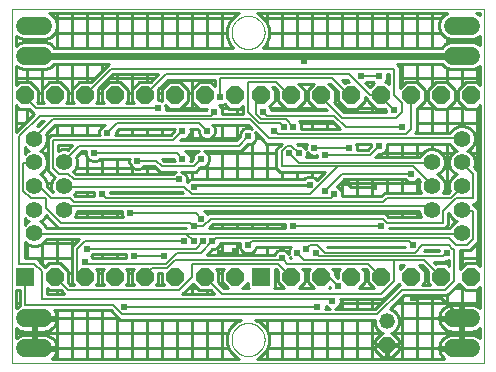
<source format=gtl>
G75*
%MOIN*%
%OFA0B0*%
%FSLAX25Y25*%
%IPPOS*%
%LPD*%
%AMOC8*
5,1,8,0,0,1.08239X$1,22.5*
%
%ADD10C,0.00000*%
%ADD11R,0.05937X0.05937*%
%ADD12OC8,0.05937*%
%ADD13C,0.05600*%
%ADD14OC8,0.05200*%
%ADD15C,0.05200*%
%ADD16C,0.06000*%
%ADD17C,0.01000*%
%ADD18C,0.02400*%
%ADD19C,0.02400*%
%ADD20C,0.00600*%
D10*
X0008000Y0021082D02*
X0008000Y0139193D01*
X0165480Y0139193D01*
X0165480Y0021082D01*
X0008000Y0021082D01*
X0081228Y0028956D02*
X0081230Y0029104D01*
X0081236Y0029252D01*
X0081246Y0029400D01*
X0081260Y0029547D01*
X0081278Y0029694D01*
X0081299Y0029840D01*
X0081325Y0029986D01*
X0081355Y0030131D01*
X0081388Y0030275D01*
X0081426Y0030418D01*
X0081467Y0030560D01*
X0081512Y0030701D01*
X0081560Y0030841D01*
X0081613Y0030980D01*
X0081669Y0031117D01*
X0081729Y0031252D01*
X0081792Y0031386D01*
X0081859Y0031518D01*
X0081930Y0031648D01*
X0082004Y0031776D01*
X0082081Y0031902D01*
X0082162Y0032026D01*
X0082246Y0032148D01*
X0082333Y0032267D01*
X0082424Y0032384D01*
X0082518Y0032499D01*
X0082614Y0032611D01*
X0082714Y0032721D01*
X0082816Y0032827D01*
X0082922Y0032931D01*
X0083030Y0033032D01*
X0083141Y0033130D01*
X0083254Y0033226D01*
X0083370Y0033318D01*
X0083488Y0033407D01*
X0083609Y0033492D01*
X0083732Y0033575D01*
X0083857Y0033654D01*
X0083984Y0033730D01*
X0084113Y0033802D01*
X0084244Y0033871D01*
X0084377Y0033936D01*
X0084512Y0033997D01*
X0084648Y0034055D01*
X0084785Y0034110D01*
X0084924Y0034160D01*
X0085065Y0034207D01*
X0085206Y0034250D01*
X0085349Y0034290D01*
X0085493Y0034325D01*
X0085637Y0034357D01*
X0085783Y0034384D01*
X0085929Y0034408D01*
X0086076Y0034428D01*
X0086223Y0034444D01*
X0086370Y0034456D01*
X0086518Y0034464D01*
X0086666Y0034468D01*
X0086814Y0034468D01*
X0086962Y0034464D01*
X0087110Y0034456D01*
X0087257Y0034444D01*
X0087404Y0034428D01*
X0087551Y0034408D01*
X0087697Y0034384D01*
X0087843Y0034357D01*
X0087987Y0034325D01*
X0088131Y0034290D01*
X0088274Y0034250D01*
X0088415Y0034207D01*
X0088556Y0034160D01*
X0088695Y0034110D01*
X0088832Y0034055D01*
X0088968Y0033997D01*
X0089103Y0033936D01*
X0089236Y0033871D01*
X0089367Y0033802D01*
X0089496Y0033730D01*
X0089623Y0033654D01*
X0089748Y0033575D01*
X0089871Y0033492D01*
X0089992Y0033407D01*
X0090110Y0033318D01*
X0090226Y0033226D01*
X0090339Y0033130D01*
X0090450Y0033032D01*
X0090558Y0032931D01*
X0090664Y0032827D01*
X0090766Y0032721D01*
X0090866Y0032611D01*
X0090962Y0032499D01*
X0091056Y0032384D01*
X0091147Y0032267D01*
X0091234Y0032148D01*
X0091318Y0032026D01*
X0091399Y0031902D01*
X0091476Y0031776D01*
X0091550Y0031648D01*
X0091621Y0031518D01*
X0091688Y0031386D01*
X0091751Y0031252D01*
X0091811Y0031117D01*
X0091867Y0030980D01*
X0091920Y0030841D01*
X0091968Y0030701D01*
X0092013Y0030560D01*
X0092054Y0030418D01*
X0092092Y0030275D01*
X0092125Y0030131D01*
X0092155Y0029986D01*
X0092181Y0029840D01*
X0092202Y0029694D01*
X0092220Y0029547D01*
X0092234Y0029400D01*
X0092244Y0029252D01*
X0092250Y0029104D01*
X0092252Y0028956D01*
X0092250Y0028808D01*
X0092244Y0028660D01*
X0092234Y0028512D01*
X0092220Y0028365D01*
X0092202Y0028218D01*
X0092181Y0028072D01*
X0092155Y0027926D01*
X0092125Y0027781D01*
X0092092Y0027637D01*
X0092054Y0027494D01*
X0092013Y0027352D01*
X0091968Y0027211D01*
X0091920Y0027071D01*
X0091867Y0026932D01*
X0091811Y0026795D01*
X0091751Y0026660D01*
X0091688Y0026526D01*
X0091621Y0026394D01*
X0091550Y0026264D01*
X0091476Y0026136D01*
X0091399Y0026010D01*
X0091318Y0025886D01*
X0091234Y0025764D01*
X0091147Y0025645D01*
X0091056Y0025528D01*
X0090962Y0025413D01*
X0090866Y0025301D01*
X0090766Y0025191D01*
X0090664Y0025085D01*
X0090558Y0024981D01*
X0090450Y0024880D01*
X0090339Y0024782D01*
X0090226Y0024686D01*
X0090110Y0024594D01*
X0089992Y0024505D01*
X0089871Y0024420D01*
X0089748Y0024337D01*
X0089623Y0024258D01*
X0089496Y0024182D01*
X0089367Y0024110D01*
X0089236Y0024041D01*
X0089103Y0023976D01*
X0088968Y0023915D01*
X0088832Y0023857D01*
X0088695Y0023802D01*
X0088556Y0023752D01*
X0088415Y0023705D01*
X0088274Y0023662D01*
X0088131Y0023622D01*
X0087987Y0023587D01*
X0087843Y0023555D01*
X0087697Y0023528D01*
X0087551Y0023504D01*
X0087404Y0023484D01*
X0087257Y0023468D01*
X0087110Y0023456D01*
X0086962Y0023448D01*
X0086814Y0023444D01*
X0086666Y0023444D01*
X0086518Y0023448D01*
X0086370Y0023456D01*
X0086223Y0023468D01*
X0086076Y0023484D01*
X0085929Y0023504D01*
X0085783Y0023528D01*
X0085637Y0023555D01*
X0085493Y0023587D01*
X0085349Y0023622D01*
X0085206Y0023662D01*
X0085065Y0023705D01*
X0084924Y0023752D01*
X0084785Y0023802D01*
X0084648Y0023857D01*
X0084512Y0023915D01*
X0084377Y0023976D01*
X0084244Y0024041D01*
X0084113Y0024110D01*
X0083984Y0024182D01*
X0083857Y0024258D01*
X0083732Y0024337D01*
X0083609Y0024420D01*
X0083488Y0024505D01*
X0083370Y0024594D01*
X0083254Y0024686D01*
X0083141Y0024782D01*
X0083030Y0024880D01*
X0082922Y0024981D01*
X0082816Y0025085D01*
X0082714Y0025191D01*
X0082614Y0025301D01*
X0082518Y0025413D01*
X0082424Y0025528D01*
X0082333Y0025645D01*
X0082246Y0025764D01*
X0082162Y0025886D01*
X0082081Y0026010D01*
X0082004Y0026136D01*
X0081930Y0026264D01*
X0081859Y0026394D01*
X0081792Y0026526D01*
X0081729Y0026660D01*
X0081669Y0026795D01*
X0081613Y0026932D01*
X0081560Y0027071D01*
X0081512Y0027211D01*
X0081467Y0027352D01*
X0081426Y0027494D01*
X0081388Y0027637D01*
X0081355Y0027781D01*
X0081325Y0027926D01*
X0081299Y0028072D01*
X0081278Y0028218D01*
X0081260Y0028365D01*
X0081246Y0028512D01*
X0081236Y0028660D01*
X0081230Y0028808D01*
X0081228Y0028956D01*
X0081228Y0131319D02*
X0081230Y0131467D01*
X0081236Y0131615D01*
X0081246Y0131763D01*
X0081260Y0131910D01*
X0081278Y0132057D01*
X0081299Y0132203D01*
X0081325Y0132349D01*
X0081355Y0132494D01*
X0081388Y0132638D01*
X0081426Y0132781D01*
X0081467Y0132923D01*
X0081512Y0133064D01*
X0081560Y0133204D01*
X0081613Y0133343D01*
X0081669Y0133480D01*
X0081729Y0133615D01*
X0081792Y0133749D01*
X0081859Y0133881D01*
X0081930Y0134011D01*
X0082004Y0134139D01*
X0082081Y0134265D01*
X0082162Y0134389D01*
X0082246Y0134511D01*
X0082333Y0134630D01*
X0082424Y0134747D01*
X0082518Y0134862D01*
X0082614Y0134974D01*
X0082714Y0135084D01*
X0082816Y0135190D01*
X0082922Y0135294D01*
X0083030Y0135395D01*
X0083141Y0135493D01*
X0083254Y0135589D01*
X0083370Y0135681D01*
X0083488Y0135770D01*
X0083609Y0135855D01*
X0083732Y0135938D01*
X0083857Y0136017D01*
X0083984Y0136093D01*
X0084113Y0136165D01*
X0084244Y0136234D01*
X0084377Y0136299D01*
X0084512Y0136360D01*
X0084648Y0136418D01*
X0084785Y0136473D01*
X0084924Y0136523D01*
X0085065Y0136570D01*
X0085206Y0136613D01*
X0085349Y0136653D01*
X0085493Y0136688D01*
X0085637Y0136720D01*
X0085783Y0136747D01*
X0085929Y0136771D01*
X0086076Y0136791D01*
X0086223Y0136807D01*
X0086370Y0136819D01*
X0086518Y0136827D01*
X0086666Y0136831D01*
X0086814Y0136831D01*
X0086962Y0136827D01*
X0087110Y0136819D01*
X0087257Y0136807D01*
X0087404Y0136791D01*
X0087551Y0136771D01*
X0087697Y0136747D01*
X0087843Y0136720D01*
X0087987Y0136688D01*
X0088131Y0136653D01*
X0088274Y0136613D01*
X0088415Y0136570D01*
X0088556Y0136523D01*
X0088695Y0136473D01*
X0088832Y0136418D01*
X0088968Y0136360D01*
X0089103Y0136299D01*
X0089236Y0136234D01*
X0089367Y0136165D01*
X0089496Y0136093D01*
X0089623Y0136017D01*
X0089748Y0135938D01*
X0089871Y0135855D01*
X0089992Y0135770D01*
X0090110Y0135681D01*
X0090226Y0135589D01*
X0090339Y0135493D01*
X0090450Y0135395D01*
X0090558Y0135294D01*
X0090664Y0135190D01*
X0090766Y0135084D01*
X0090866Y0134974D01*
X0090962Y0134862D01*
X0091056Y0134747D01*
X0091147Y0134630D01*
X0091234Y0134511D01*
X0091318Y0134389D01*
X0091399Y0134265D01*
X0091476Y0134139D01*
X0091550Y0134011D01*
X0091621Y0133881D01*
X0091688Y0133749D01*
X0091751Y0133615D01*
X0091811Y0133480D01*
X0091867Y0133343D01*
X0091920Y0133204D01*
X0091968Y0133064D01*
X0092013Y0132923D01*
X0092054Y0132781D01*
X0092092Y0132638D01*
X0092125Y0132494D01*
X0092155Y0132349D01*
X0092181Y0132203D01*
X0092202Y0132057D01*
X0092220Y0131910D01*
X0092234Y0131763D01*
X0092244Y0131615D01*
X0092250Y0131467D01*
X0092252Y0131319D01*
X0092250Y0131171D01*
X0092244Y0131023D01*
X0092234Y0130875D01*
X0092220Y0130728D01*
X0092202Y0130581D01*
X0092181Y0130435D01*
X0092155Y0130289D01*
X0092125Y0130144D01*
X0092092Y0130000D01*
X0092054Y0129857D01*
X0092013Y0129715D01*
X0091968Y0129574D01*
X0091920Y0129434D01*
X0091867Y0129295D01*
X0091811Y0129158D01*
X0091751Y0129023D01*
X0091688Y0128889D01*
X0091621Y0128757D01*
X0091550Y0128627D01*
X0091476Y0128499D01*
X0091399Y0128373D01*
X0091318Y0128249D01*
X0091234Y0128127D01*
X0091147Y0128008D01*
X0091056Y0127891D01*
X0090962Y0127776D01*
X0090866Y0127664D01*
X0090766Y0127554D01*
X0090664Y0127448D01*
X0090558Y0127344D01*
X0090450Y0127243D01*
X0090339Y0127145D01*
X0090226Y0127049D01*
X0090110Y0126957D01*
X0089992Y0126868D01*
X0089871Y0126783D01*
X0089748Y0126700D01*
X0089623Y0126621D01*
X0089496Y0126545D01*
X0089367Y0126473D01*
X0089236Y0126404D01*
X0089103Y0126339D01*
X0088968Y0126278D01*
X0088832Y0126220D01*
X0088695Y0126165D01*
X0088556Y0126115D01*
X0088415Y0126068D01*
X0088274Y0126025D01*
X0088131Y0125985D01*
X0087987Y0125950D01*
X0087843Y0125918D01*
X0087697Y0125891D01*
X0087551Y0125867D01*
X0087404Y0125847D01*
X0087257Y0125831D01*
X0087110Y0125819D01*
X0086962Y0125811D01*
X0086814Y0125807D01*
X0086666Y0125807D01*
X0086518Y0125811D01*
X0086370Y0125819D01*
X0086223Y0125831D01*
X0086076Y0125847D01*
X0085929Y0125867D01*
X0085783Y0125891D01*
X0085637Y0125918D01*
X0085493Y0125950D01*
X0085349Y0125985D01*
X0085206Y0126025D01*
X0085065Y0126068D01*
X0084924Y0126115D01*
X0084785Y0126165D01*
X0084648Y0126220D01*
X0084512Y0126278D01*
X0084377Y0126339D01*
X0084244Y0126404D01*
X0084113Y0126473D01*
X0083984Y0126545D01*
X0083857Y0126621D01*
X0083732Y0126700D01*
X0083609Y0126783D01*
X0083488Y0126868D01*
X0083370Y0126957D01*
X0083254Y0127049D01*
X0083141Y0127145D01*
X0083030Y0127243D01*
X0082922Y0127344D01*
X0082816Y0127448D01*
X0082714Y0127554D01*
X0082614Y0127664D01*
X0082518Y0127776D01*
X0082424Y0127891D01*
X0082333Y0128008D01*
X0082246Y0128127D01*
X0082162Y0128249D01*
X0082081Y0128373D01*
X0082004Y0128499D01*
X0081930Y0128627D01*
X0081859Y0128757D01*
X0081792Y0128889D01*
X0081729Y0129023D01*
X0081669Y0129158D01*
X0081613Y0129295D01*
X0081560Y0129434D01*
X0081512Y0129574D01*
X0081467Y0129715D01*
X0081426Y0129857D01*
X0081388Y0130000D01*
X0081355Y0130144D01*
X0081325Y0130289D01*
X0081299Y0130435D01*
X0081278Y0130581D01*
X0081260Y0130728D01*
X0081246Y0130875D01*
X0081236Y0131023D01*
X0081230Y0131171D01*
X0081228Y0131319D01*
D11*
X0091110Y0049862D03*
X0012370Y0049862D03*
D12*
X0022370Y0049862D03*
X0032370Y0049862D03*
X0042370Y0049862D03*
X0052370Y0049862D03*
X0062370Y0049862D03*
X0072370Y0049862D03*
X0082370Y0049862D03*
X0101110Y0049862D03*
X0111110Y0049862D03*
X0121110Y0049862D03*
X0131110Y0049862D03*
X0141110Y0049862D03*
X0151110Y0049862D03*
X0161110Y0049862D03*
X0161110Y0110413D03*
X0151110Y0110413D03*
X0141110Y0110413D03*
X0131110Y0110413D03*
X0121110Y0110413D03*
X0111110Y0110413D03*
X0101110Y0110413D03*
X0091110Y0110413D03*
X0082370Y0110413D03*
X0072370Y0110413D03*
X0062370Y0110413D03*
X0052370Y0110413D03*
X0042370Y0110413D03*
X0032370Y0110413D03*
X0022370Y0110413D03*
X0012370Y0110413D03*
D13*
X0015500Y0095886D03*
X0015500Y0088012D03*
X0025500Y0088012D03*
X0025500Y0080138D03*
X0025500Y0072263D03*
X0015500Y0072263D03*
X0015500Y0080138D03*
X0015500Y0064389D03*
X0148000Y0072263D03*
X0148000Y0080138D03*
X0158000Y0080138D03*
X0158000Y0072263D03*
X0158000Y0064389D03*
X0158000Y0088012D03*
X0158000Y0095886D03*
X0148000Y0088012D03*
D14*
X0133000Y0027082D03*
D15*
X0133000Y0035082D03*
D16*
X0155000Y0036082D02*
X0161000Y0036082D01*
X0161000Y0026082D02*
X0155000Y0026082D01*
X0155000Y0123582D02*
X0161000Y0123582D01*
X0161000Y0133582D02*
X0155000Y0133582D01*
X0018500Y0133582D02*
X0012500Y0133582D01*
X0012500Y0123582D02*
X0018500Y0123582D01*
X0018500Y0036082D02*
X0012500Y0036082D01*
X0012500Y0026082D02*
X0018500Y0026082D01*
D17*
X0018000Y0025582D02*
X0018000Y0026582D01*
X0016000Y0026582D02*
X0022977Y0026582D01*
X0022889Y0027136D01*
X0022670Y0027810D01*
X0022349Y0028441D01*
X0021932Y0029014D01*
X0021432Y0029515D01*
X0020859Y0029931D01*
X0020227Y0030253D01*
X0019554Y0030472D01*
X0018854Y0030582D01*
X0016000Y0030582D01*
X0016000Y0026582D01*
X0016000Y0025582D01*
X0022977Y0025582D01*
X0022889Y0025029D01*
X0022670Y0024355D01*
X0022349Y0023724D01*
X0021932Y0023151D01*
X0021432Y0022650D01*
X0021338Y0022582D01*
X0083806Y0022582D01*
X0082768Y0023012D01*
X0080796Y0024985D01*
X0079728Y0027562D01*
X0079728Y0030351D01*
X0080796Y0032928D01*
X0082768Y0034901D01*
X0084293Y0035532D01*
X0044129Y0035532D01*
X0041004Y0038657D01*
X0022191Y0038657D01*
X0022349Y0038441D01*
X0022670Y0037810D01*
X0022889Y0037136D01*
X0022977Y0036582D01*
X0016000Y0036582D01*
X0016000Y0035582D01*
X0016000Y0031582D01*
X0018854Y0031582D01*
X0019554Y0031693D01*
X0020227Y0031912D01*
X0020859Y0032234D01*
X0021432Y0032650D01*
X0021932Y0033151D01*
X0022349Y0033724D01*
X0022670Y0034355D01*
X0022889Y0035029D01*
X0022977Y0035582D01*
X0016000Y0035582D01*
X0015000Y0035582D01*
X0015000Y0031582D01*
X0012146Y0031582D01*
X0011446Y0031693D01*
X0010773Y0031912D01*
X0010141Y0032234D01*
X0009568Y0032650D01*
X0009500Y0032718D01*
X0009500Y0029446D01*
X0009568Y0029515D01*
X0010141Y0029931D01*
X0010773Y0030253D01*
X0011446Y0030472D01*
X0012146Y0030582D01*
X0015000Y0030582D01*
X0015000Y0026582D01*
X0016000Y0026582D01*
X0016000Y0026082D02*
X0080341Y0026082D01*
X0083000Y0022916D02*
X0083000Y0022582D01*
X0078000Y0022582D02*
X0078000Y0035532D01*
X0073000Y0035532D02*
X0073000Y0022582D01*
X0068000Y0022582D02*
X0068000Y0035532D01*
X0063000Y0035532D02*
X0063000Y0022582D01*
X0058000Y0022582D02*
X0058000Y0035532D01*
X0053000Y0035532D02*
X0053000Y0022582D01*
X0048000Y0022582D02*
X0048000Y0035532D01*
X0043579Y0036082D02*
X0016000Y0036082D01*
X0018000Y0035582D02*
X0018000Y0036582D01*
X0018000Y0031582D02*
X0018000Y0030582D01*
X0013000Y0030582D02*
X0013000Y0031582D01*
X0009500Y0031082D02*
X0080031Y0031082D01*
X0083000Y0034997D02*
X0083000Y0035532D01*
X0089187Y0035532D02*
X0128900Y0035532D01*
X0128900Y0034267D01*
X0129524Y0032760D01*
X0130678Y0031607D01*
X0131702Y0031182D01*
X0131302Y0031182D01*
X0128900Y0028781D01*
X0128900Y0027382D01*
X0132700Y0027382D01*
X0132700Y0026782D01*
X0133300Y0026782D01*
X0133300Y0022982D01*
X0134698Y0022982D01*
X0137100Y0025384D01*
X0137100Y0026782D01*
X0133300Y0026782D01*
X0133300Y0027382D01*
X0137100Y0027382D01*
X0137100Y0028781D01*
X0134698Y0031182D01*
X0134298Y0031182D01*
X0135322Y0031607D01*
X0136476Y0032760D01*
X0137100Y0034267D01*
X0137100Y0035898D01*
X0136476Y0037405D01*
X0135322Y0038558D01*
X0134137Y0039049D01*
X0138746Y0043657D01*
X0153121Y0043657D01*
X0156246Y0046782D01*
X0157058Y0047595D01*
X0159259Y0045393D01*
X0162961Y0045393D01*
X0163980Y0046413D01*
X0163980Y0039466D01*
X0163932Y0039515D01*
X0163359Y0039931D01*
X0162727Y0040253D01*
X0162054Y0040472D01*
X0161354Y0040582D01*
X0158500Y0040582D01*
X0158500Y0036582D01*
X0157500Y0036582D01*
X0157500Y0035582D01*
X0158500Y0035582D01*
X0158500Y0031582D01*
X0161354Y0031582D01*
X0162054Y0031693D01*
X0162727Y0031912D01*
X0163359Y0032234D01*
X0163932Y0032650D01*
X0163980Y0032699D01*
X0163980Y0029466D01*
X0163932Y0029515D01*
X0163359Y0029931D01*
X0162727Y0030253D01*
X0162054Y0030472D01*
X0161354Y0030582D01*
X0158500Y0030582D01*
X0158500Y0026582D01*
X0157500Y0026582D01*
X0157500Y0025582D01*
X0150523Y0025582D01*
X0150611Y0025029D01*
X0150830Y0024355D01*
X0151151Y0023724D01*
X0151568Y0023151D01*
X0152068Y0022650D01*
X0152162Y0022582D01*
X0089675Y0022582D01*
X0090712Y0023012D01*
X0092684Y0024985D01*
X0093752Y0027562D01*
X0093752Y0030351D01*
X0092684Y0032928D01*
X0090712Y0034901D01*
X0089187Y0035532D01*
X0093000Y0035532D02*
X0093000Y0032167D01*
X0093449Y0031082D02*
X0131202Y0031082D01*
X0134798Y0031082D02*
X0163980Y0031082D01*
X0163000Y0030114D02*
X0163000Y0032051D01*
X0157500Y0031582D02*
X0157500Y0035582D01*
X0150523Y0035582D01*
X0150611Y0035029D01*
X0150830Y0034355D01*
X0151151Y0033724D01*
X0151568Y0033151D01*
X0152068Y0032650D01*
X0152641Y0032234D01*
X0153273Y0031912D01*
X0153946Y0031693D01*
X0154646Y0031582D01*
X0157500Y0031582D01*
X0157500Y0030582D02*
X0154646Y0030582D01*
X0153946Y0030472D01*
X0153273Y0030253D01*
X0152641Y0029931D01*
X0152068Y0029515D01*
X0151568Y0029014D01*
X0151151Y0028441D01*
X0150830Y0027810D01*
X0150611Y0027136D01*
X0150523Y0026582D01*
X0157500Y0026582D01*
X0157500Y0030582D01*
X0153000Y0030114D02*
X0153000Y0032051D01*
X0153000Y0035582D02*
X0153000Y0036582D01*
X0150611Y0037136D02*
X0150523Y0036582D01*
X0157500Y0036582D01*
X0157500Y0040582D01*
X0154646Y0040582D01*
X0153946Y0040472D01*
X0153273Y0040253D01*
X0152641Y0039931D01*
X0152068Y0039515D01*
X0151568Y0039014D01*
X0151151Y0038441D01*
X0150830Y0037810D01*
X0150611Y0037136D01*
X0153000Y0040114D02*
X0153000Y0043657D01*
X0151125Y0042957D02*
X0141750Y0042957D01*
X0143000Y0043657D02*
X0143000Y0022582D01*
X0138000Y0022582D02*
X0138000Y0042912D01*
X0136171Y0041082D02*
X0163980Y0041082D01*
X0163000Y0040114D02*
X0163000Y0045432D01*
X0163650Y0046082D02*
X0163980Y0046082D01*
X0158570Y0046082D02*
X0155546Y0046082D01*
X0158000Y0046653D02*
X0158000Y0036582D01*
X0158000Y0036082D02*
X0151125Y0042957D01*
X0148000Y0043657D02*
X0148000Y0022582D01*
X0153000Y0025582D02*
X0153000Y0026582D01*
X0157500Y0026082D02*
X0137100Y0026082D01*
X0133300Y0026082D02*
X0132700Y0026082D01*
X0132700Y0026782D02*
X0132700Y0022982D01*
X0131302Y0022982D01*
X0128900Y0025384D01*
X0128900Y0026782D01*
X0132700Y0026782D01*
X0133000Y0026782D02*
X0133000Y0022582D01*
X0128000Y0022582D02*
X0128000Y0035532D01*
X0128000Y0039132D02*
X0128000Y0042407D01*
X0131079Y0041082D02*
X0117539Y0041082D01*
X0117575Y0041170D02*
X0117575Y0042244D01*
X0117507Y0042407D01*
X0131871Y0042407D01*
X0136246Y0046782D01*
X0137058Y0047595D01*
X0137395Y0047257D01*
X0137254Y0047257D01*
X0136200Y0046203D01*
X0136200Y0046203D01*
X0129129Y0039132D01*
X0115714Y0039132D01*
X0116404Y0039418D01*
X0117164Y0040178D01*
X0117575Y0041170D01*
X0118000Y0042407D02*
X0118000Y0039132D01*
X0118000Y0035532D02*
X0118000Y0022582D01*
X0113000Y0022582D02*
X0113000Y0035532D01*
X0113000Y0039132D02*
X0113000Y0039764D01*
X0113346Y0039418D02*
X0112586Y0040178D01*
X0112575Y0040205D01*
X0112575Y0039295D01*
X0112507Y0039132D01*
X0114036Y0039132D01*
X0113346Y0039418D01*
X0108000Y0035532D02*
X0108000Y0022582D01*
X0103000Y0022582D02*
X0103000Y0035532D01*
X0098000Y0035532D02*
X0098000Y0022582D01*
X0093000Y0022582D02*
X0093000Y0025746D01*
X0093139Y0026082D02*
X0128900Y0026082D01*
X0123000Y0022582D02*
X0123000Y0035532D01*
X0123000Y0039132D02*
X0123000Y0042407D01*
X0123575Y0046007D02*
X0125579Y0048011D01*
X0125579Y0051713D01*
X0124884Y0052407D01*
X0126004Y0052407D01*
X0126670Y0051741D01*
X0126642Y0051713D01*
X0126642Y0048011D01*
X0128645Y0046007D01*
X0123575Y0046007D01*
X0123650Y0046082D02*
X0128570Y0046082D01*
X0128000Y0046007D02*
X0128000Y0046653D01*
X0126642Y0051082D02*
X0125579Y0051082D01*
X0117336Y0052407D02*
X0116642Y0051713D01*
X0116642Y0049407D01*
X0116596Y0049407D01*
X0115579Y0050424D01*
X0115579Y0051713D01*
X0114884Y0052407D01*
X0117336Y0052407D01*
X0116642Y0051082D02*
X0115579Y0051082D01*
X0114050Y0046482D02*
X0113575Y0046007D01*
X0114117Y0046007D01*
X0114050Y0046170D01*
X0114050Y0046482D01*
X0114086Y0046082D02*
X0113650Y0046082D01*
X0108645Y0046007D02*
X0103575Y0046007D01*
X0105579Y0048011D01*
X0105579Y0051713D01*
X0104884Y0052407D01*
X0107336Y0052407D01*
X0106642Y0051713D01*
X0106642Y0048011D01*
X0108645Y0046007D01*
X0108570Y0046082D02*
X0103650Y0046082D01*
X0098645Y0046007D02*
X0095314Y0046007D01*
X0095579Y0046272D01*
X0095579Y0052407D01*
X0096004Y0052407D01*
X0096670Y0051741D01*
X0096642Y0051713D01*
X0096642Y0048011D01*
X0098645Y0046007D01*
X0098570Y0046082D02*
X0095389Y0046082D01*
X0098000Y0046007D02*
X0098000Y0046653D01*
X0096642Y0051082D02*
X0095579Y0051082D01*
X0100700Y0056007D02*
X0100700Y0056455D01*
X0100711Y0056428D01*
X0101132Y0056007D01*
X0100700Y0056007D01*
X0100700Y0056082D02*
X0101057Y0056082D01*
X0100300Y0057585D02*
X0100289Y0057612D01*
X0099529Y0058371D01*
X0098537Y0058782D01*
X0097463Y0058782D01*
X0096471Y0058371D01*
X0095711Y0057612D01*
X0095564Y0057257D01*
X0072971Y0057257D01*
X0074721Y0059007D01*
X0075412Y0059007D01*
X0076404Y0059418D01*
X0077164Y0060178D01*
X0077570Y0061157D01*
X0084117Y0061157D01*
X0084050Y0060994D01*
X0084050Y0059920D01*
X0084461Y0058928D01*
X0085221Y0058168D01*
X0086213Y0057757D01*
X0087287Y0057757D01*
X0088279Y0058168D01*
X0089039Y0058928D01*
X0089445Y0059907D01*
X0101132Y0059907D01*
X0100711Y0059487D01*
X0100300Y0058494D01*
X0100300Y0057585D01*
X0098000Y0058782D02*
X0098000Y0059907D01*
X0093000Y0059907D02*
X0093000Y0057257D01*
X0088000Y0057257D02*
X0088000Y0058053D01*
X0084086Y0061082D02*
X0077539Y0061082D01*
X0078000Y0061157D02*
X0078000Y0057257D01*
X0077375Y0057957D02*
X0081750Y0057957D01*
X0082375Y0058582D01*
X0083000Y0057257D02*
X0083000Y0061157D01*
X0083000Y0066007D02*
X0083000Y0067407D01*
X0083000Y0071007D02*
X0083000Y0071782D01*
X0078000Y0071782D02*
X0078000Y0071007D01*
X0073504Y0071007D02*
X0073324Y0070827D01*
X0072654Y0071496D01*
X0071964Y0071782D01*
X0143700Y0071782D01*
X0143700Y0071408D01*
X0144355Y0069828D01*
X0144425Y0069757D01*
X0133746Y0069757D01*
X0133550Y0069953D01*
X0132496Y0071007D01*
X0073504Y0071007D01*
X0073068Y0071082D02*
X0143835Y0071082D01*
X0143000Y0071782D02*
X0143000Y0069757D01*
X0138000Y0069757D02*
X0138000Y0071782D01*
X0133000Y0071782D02*
X0133000Y0070503D01*
X0133820Y0066157D02*
X0152496Y0066157D01*
X0153550Y0067212D01*
X0153550Y0070962D01*
X0153787Y0071199D01*
X0154355Y0069828D01*
X0155564Y0068618D01*
X0156268Y0068326D01*
X0155564Y0068035D01*
X0154355Y0066825D01*
X0154016Y0066007D01*
X0133757Y0066007D01*
X0133820Y0066157D01*
X0133789Y0066082D02*
X0154047Y0066082D01*
X0153000Y0066007D02*
X0153000Y0066662D01*
X0153671Y0071082D02*
X0153835Y0071082D01*
X0148000Y0066157D02*
X0148000Y0066007D01*
X0143000Y0066007D02*
X0143000Y0066157D01*
X0138000Y0066157D02*
X0138000Y0066007D01*
X0138000Y0059907D02*
X0138000Y0059757D01*
X0139055Y0059907D02*
X0112971Y0059907D01*
X0113121Y0059757D01*
X0139118Y0059757D01*
X0139055Y0059907D01*
X0133000Y0059907D02*
X0133000Y0059757D01*
X0128000Y0059757D02*
X0128000Y0059907D01*
X0123000Y0059907D02*
X0123000Y0059757D01*
X0118000Y0059757D02*
X0118000Y0059907D01*
X0113000Y0059878D02*
X0113000Y0059907D01*
X0106642Y0051082D02*
X0105579Y0051082D01*
X0108000Y0046653D02*
X0108000Y0046007D01*
X0086906Y0046007D02*
X0084835Y0046007D01*
X0086642Y0047814D01*
X0086642Y0046272D01*
X0086906Y0046007D01*
X0086831Y0046082D02*
X0084910Y0046082D01*
X0079905Y0046007D02*
X0078746Y0046007D01*
X0076790Y0047963D01*
X0076839Y0048011D01*
X0076839Y0051713D01*
X0076144Y0052407D01*
X0078596Y0052407D01*
X0077902Y0051713D01*
X0077902Y0048011D01*
X0079905Y0046007D01*
X0079830Y0046082D02*
X0078671Y0046082D01*
X0078000Y0046753D02*
X0078000Y0047913D01*
X0074245Y0045417D02*
X0075529Y0044132D01*
X0064846Y0044132D01*
X0068313Y0047600D01*
X0070519Y0045393D01*
X0074221Y0045393D01*
X0074245Y0045417D01*
X0073000Y0045393D02*
X0073000Y0044132D01*
X0069830Y0046082D02*
X0066796Y0046082D01*
X0068000Y0047287D02*
X0068000Y0044132D01*
X0058655Y0047257D02*
X0056085Y0047257D01*
X0056839Y0048011D01*
X0056839Y0051157D01*
X0057902Y0051157D01*
X0057902Y0048011D01*
X0058655Y0047257D01*
X0058000Y0047257D02*
X0058000Y0047913D01*
X0057902Y0051082D02*
X0056839Y0051082D01*
X0048596Y0052407D02*
X0047902Y0051713D01*
X0047902Y0048011D01*
X0048655Y0047257D01*
X0046085Y0047257D01*
X0046839Y0048011D01*
X0046839Y0051713D01*
X0046144Y0052407D01*
X0048596Y0052407D01*
X0048000Y0052407D02*
X0048000Y0051811D01*
X0047902Y0051082D02*
X0046839Y0051082D01*
X0048000Y0047913D02*
X0048000Y0047257D01*
X0038655Y0047257D02*
X0036085Y0047257D01*
X0036839Y0048011D01*
X0036839Y0051713D01*
X0036144Y0052407D01*
X0038596Y0052407D01*
X0037902Y0051713D01*
X0037902Y0048011D01*
X0038655Y0047257D01*
X0038000Y0047257D02*
X0038000Y0047913D01*
X0037902Y0051082D02*
X0036839Y0051082D01*
X0038000Y0051811D02*
X0038000Y0052407D01*
X0038000Y0056007D02*
X0038000Y0057407D01*
X0035018Y0057407D02*
X0045993Y0057407D01*
X0045925Y0057244D01*
X0045925Y0056170D01*
X0045993Y0056007D01*
X0034811Y0056007D01*
X0034664Y0056362D01*
X0034231Y0056795D01*
X0034529Y0056918D01*
X0035018Y0057407D01*
X0034780Y0056082D02*
X0045961Y0056082D01*
X0043000Y0056007D02*
X0043000Y0057407D01*
X0043000Y0066007D02*
X0043000Y0066157D01*
X0048000Y0066157D02*
X0048000Y0066007D01*
X0045001Y0069757D02*
X0029075Y0069757D01*
X0029145Y0069828D01*
X0029800Y0071408D01*
X0029800Y0071782D01*
X0044742Y0071782D01*
X0044675Y0071619D01*
X0044675Y0070545D01*
X0045001Y0069757D01*
X0044675Y0071082D02*
X0029665Y0071082D01*
X0033000Y0071782D02*
X0033000Y0069757D01*
X0033000Y0066157D02*
X0033000Y0066007D01*
X0030529Y0062407D02*
X0029129Y0061007D01*
X0028075Y0059953D01*
X0028075Y0051886D01*
X0027902Y0051713D01*
X0027902Y0048011D01*
X0028655Y0047257D01*
X0027496Y0047257D01*
X0026790Y0047963D01*
X0026839Y0048011D01*
X0026839Y0051713D01*
X0024221Y0054330D01*
X0020519Y0054330D01*
X0019221Y0053032D01*
X0018746Y0053507D01*
X0017300Y0054953D01*
X0016246Y0056007D01*
X0012300Y0056007D01*
X0012300Y0061508D01*
X0013064Y0060744D01*
X0014645Y0060089D01*
X0016355Y0060089D01*
X0017936Y0060744D01*
X0019145Y0061954D01*
X0019333Y0062407D01*
X0030529Y0062407D01*
X0029204Y0061082D02*
X0018274Y0061082D01*
X0018000Y0060808D02*
X0018000Y0054253D01*
X0017300Y0054953D02*
X0017300Y0054953D01*
X0018746Y0053507D02*
X0018746Y0053507D01*
X0023000Y0054330D02*
X0023000Y0062407D01*
X0023000Y0066007D02*
X0023000Y0066662D01*
X0023504Y0066157D02*
X0065930Y0066157D01*
X0065993Y0066007D01*
X0065379Y0066007D01*
X0019484Y0066007D01*
X0019145Y0066825D01*
X0017936Y0068035D01*
X0017232Y0068326D01*
X0017936Y0068618D01*
X0019145Y0069828D01*
X0019347Y0070315D01*
X0023504Y0066157D01*
X0019453Y0066082D02*
X0065961Y0066082D01*
X0063000Y0066007D02*
X0063000Y0066157D01*
X0058000Y0066157D02*
X0058000Y0066007D01*
X0053000Y0066007D02*
X0053000Y0066157D01*
X0043000Y0069757D02*
X0043000Y0071782D01*
X0038000Y0071782D02*
X0038000Y0069757D01*
X0038000Y0066157D02*
X0038000Y0066007D01*
X0028000Y0066007D02*
X0028000Y0066157D01*
X0028000Y0062407D02*
X0028000Y0051811D01*
X0027902Y0051082D02*
X0026839Y0051082D01*
X0028000Y0047913D02*
X0028000Y0047257D01*
X0024950Y0044712D02*
X0025529Y0044132D01*
X0019800Y0044132D01*
X0019800Y0046113D01*
X0020519Y0045393D01*
X0024221Y0045393D01*
X0024245Y0045417D01*
X0024950Y0044712D01*
X0023000Y0044132D02*
X0023000Y0045393D01*
X0019830Y0046082D02*
X0019800Y0046082D01*
X0023000Y0038657D02*
X0023000Y0022582D01*
X0028000Y0022582D02*
X0028000Y0038657D01*
X0033000Y0038657D02*
X0033000Y0022582D01*
X0038000Y0022582D02*
X0038000Y0038657D01*
X0043000Y0036662D02*
X0043000Y0022582D01*
X0010575Y0040152D02*
X0010141Y0039931D01*
X0009568Y0039515D01*
X0009500Y0039446D01*
X0009500Y0045393D01*
X0010575Y0045393D01*
X0010575Y0040152D01*
X0010575Y0041082D02*
X0009500Y0041082D01*
X0012300Y0056082D02*
X0028075Y0056082D01*
X0013000Y0056007D02*
X0013000Y0060808D01*
X0012726Y0061082D02*
X0012300Y0061082D01*
X0012300Y0067271D02*
X0012300Y0069382D01*
X0013064Y0068618D01*
X0013768Y0068326D01*
X0013064Y0068035D01*
X0012300Y0067271D01*
X0013000Y0067971D02*
X0013000Y0068682D01*
X0018000Y0068682D02*
X0018000Y0067971D01*
X0028723Y0077280D02*
X0029145Y0077702D01*
X0029282Y0078032D01*
X0035367Y0078032D01*
X0035300Y0077869D01*
X0035300Y0076795D01*
X0035368Y0076632D01*
X0029371Y0076632D01*
X0029175Y0076828D01*
X0028723Y0077280D01*
X0033000Y0076632D02*
X0033000Y0078032D01*
X0033000Y0084132D02*
X0033000Y0090062D01*
X0032800Y0090545D02*
X0033211Y0089553D01*
X0033971Y0088793D01*
X0034963Y0088382D01*
X0036037Y0088382D01*
X0037029Y0088793D01*
X0037518Y0089282D01*
X0047243Y0089282D01*
X0047175Y0089119D01*
X0047175Y0088045D01*
X0047586Y0087053D01*
X0048346Y0086293D01*
X0049338Y0085882D01*
X0050412Y0085882D01*
X0051404Y0086293D01*
X0051893Y0086782D01*
X0055379Y0086782D01*
X0057254Y0084907D01*
X0062786Y0084907D01*
X0062096Y0084621D01*
X0061607Y0084132D01*
X0029371Y0084132D01*
X0028550Y0084953D01*
X0028536Y0084967D01*
X0029145Y0085576D01*
X0029800Y0087156D01*
X0029800Y0088867D01*
X0029369Y0089906D01*
X0031246Y0091782D01*
X0032868Y0091782D01*
X0032800Y0091619D01*
X0032800Y0090545D01*
X0032800Y0091082D02*
X0030546Y0091082D01*
X0028000Y0093628D02*
X0028000Y0093657D01*
X0028029Y0093657D02*
X0026587Y0092215D01*
X0026355Y0092312D01*
X0024645Y0092312D01*
X0023550Y0091858D01*
X0023550Y0093657D01*
X0028029Y0093657D01*
X0028000Y0097257D02*
X0028000Y0100532D01*
X0033000Y0100532D02*
X0033000Y0097257D01*
X0037175Y0097420D02*
X0037242Y0097257D01*
X0021004Y0097257D01*
X0019950Y0096203D01*
X0019950Y0085337D01*
X0021004Y0084282D01*
X0022284Y0083003D01*
X0021855Y0082573D01*
X0021200Y0080993D01*
X0021200Y0079282D01*
X0021716Y0078037D01*
X0019800Y0079953D01*
X0019800Y0080993D01*
X0019145Y0082573D01*
X0017936Y0083783D01*
X0017232Y0084075D01*
X0017936Y0084366D01*
X0019145Y0085576D01*
X0019800Y0087156D01*
X0019800Y0088867D01*
X0019145Y0090447D01*
X0017936Y0091657D01*
X0017232Y0091949D01*
X0017936Y0092240D01*
X0019145Y0093450D01*
X0019800Y0095030D01*
X0019800Y0096741D01*
X0019479Y0097516D01*
X0022496Y0100532D01*
X0039036Y0100532D01*
X0038346Y0100246D01*
X0037586Y0099487D01*
X0037175Y0098494D01*
X0037175Y0097420D01*
X0038000Y0099901D02*
X0038000Y0100532D01*
X0042575Y0098112D02*
X0043746Y0099282D01*
X0062242Y0099282D01*
X0062175Y0099119D01*
X0062175Y0098428D01*
X0061004Y0097257D01*
X0042507Y0097257D01*
X0042575Y0097420D01*
X0042575Y0098112D01*
X0043000Y0098537D02*
X0043000Y0097257D01*
X0048000Y0097257D02*
X0048000Y0099282D01*
X0053000Y0099282D02*
X0053000Y0097257D01*
X0058000Y0097257D02*
X0058000Y0099282D01*
X0064221Y0095382D02*
X0064721Y0095882D01*
X0065412Y0095882D01*
X0066404Y0096293D01*
X0067164Y0097053D01*
X0067575Y0098045D01*
X0067575Y0099119D01*
X0067507Y0099282D01*
X0069754Y0099282D01*
X0070300Y0098737D01*
X0070300Y0098045D01*
X0070711Y0097053D01*
X0071471Y0096293D01*
X0072463Y0095882D01*
X0073537Y0095882D01*
X0074529Y0096293D01*
X0075289Y0097053D01*
X0075700Y0098045D01*
X0075700Y0099119D01*
X0075289Y0100112D01*
X0074868Y0100532D01*
X0086629Y0100532D01*
X0088085Y0099077D01*
X0087287Y0099407D01*
X0086213Y0099407D01*
X0085221Y0098996D01*
X0084461Y0098237D01*
X0084050Y0097244D01*
X0084050Y0096553D01*
X0082879Y0095382D01*
X0064221Y0095382D01*
X0065895Y0096082D02*
X0071980Y0096082D01*
X0073000Y0095882D02*
X0073000Y0095382D01*
X0074020Y0096082D02*
X0083579Y0096082D01*
X0083000Y0095503D02*
X0083000Y0100532D01*
X0083000Y0104132D02*
X0083000Y0105945D01*
X0084221Y0105945D02*
X0084950Y0106674D01*
X0084950Y0104132D01*
X0078132Y0104132D01*
X0078200Y0104295D01*
X0078200Y0105369D01*
X0077789Y0106362D01*
X0077029Y0107121D01*
X0077003Y0107132D01*
X0077912Y0107132D01*
X0078904Y0107543D01*
X0078912Y0107551D01*
X0080519Y0105945D01*
X0084221Y0105945D01*
X0084359Y0106082D02*
X0084950Y0106082D01*
X0080381Y0106082D02*
X0077905Y0106082D01*
X0078000Y0105852D02*
X0078000Y0107169D01*
X0073038Y0105945D02*
X0072805Y0105382D01*
X0059382Y0105382D01*
X0059450Y0105545D01*
X0059450Y0106619D01*
X0059171Y0107293D01*
X0060519Y0105945D01*
X0064221Y0105945D01*
X0066839Y0108562D01*
X0066839Y0112264D01*
X0064221Y0114882D01*
X0060519Y0114882D01*
X0057902Y0112264D01*
X0057902Y0108562D01*
X0057960Y0108504D01*
X0057287Y0108782D01*
X0056839Y0108782D01*
X0056839Y0112264D01*
X0056783Y0112320D01*
X0059996Y0115532D01*
X0075575Y0115532D01*
X0075575Y0115337D01*
X0075575Y0113528D01*
X0074221Y0114882D01*
X0070519Y0114882D01*
X0067902Y0112264D01*
X0067902Y0108562D01*
X0070519Y0105945D01*
X0073038Y0105945D01*
X0073000Y0105945D02*
X0073000Y0105852D01*
X0070381Y0106082D02*
X0064359Y0106082D01*
X0063000Y0105945D02*
X0063000Y0105382D01*
X0060381Y0106082D02*
X0059450Y0106082D01*
X0057902Y0111082D02*
X0056839Y0111082D01*
X0058000Y0112362D02*
X0058000Y0113537D01*
X0055454Y0116082D02*
X0040546Y0116082D01*
X0040519Y0114882D02*
X0037902Y0112264D01*
X0037902Y0108562D01*
X0038581Y0107882D01*
X0036159Y0107882D01*
X0036839Y0108562D01*
X0036839Y0112264D01*
X0036783Y0112320D01*
X0041871Y0117407D01*
X0056779Y0117407D01*
X0054237Y0114865D01*
X0054221Y0114882D01*
X0050519Y0114882D01*
X0047902Y0112264D01*
X0047902Y0108562D01*
X0048581Y0107882D01*
X0046159Y0107882D01*
X0046839Y0108562D01*
X0046839Y0112264D01*
X0044221Y0114882D01*
X0040519Y0114882D01*
X0038000Y0113537D02*
X0038000Y0112362D01*
X0037902Y0111082D02*
X0036839Y0111082D01*
X0038000Y0108464D02*
X0038000Y0107882D01*
X0034237Y0114865D02*
X0034221Y0114882D01*
X0030519Y0114882D01*
X0027902Y0112264D01*
X0027902Y0108562D01*
X0028581Y0107882D01*
X0026159Y0107882D01*
X0026839Y0108562D01*
X0026839Y0112264D01*
X0024221Y0114882D01*
X0020519Y0114882D01*
X0017902Y0112264D01*
X0017902Y0108562D01*
X0018581Y0107882D01*
X0016871Y0107882D01*
X0016515Y0108238D01*
X0016839Y0108562D01*
X0016839Y0112264D01*
X0014221Y0114882D01*
X0010519Y0114882D01*
X0009500Y0113862D01*
X0009500Y0120218D01*
X0009951Y0119767D01*
X0011605Y0119082D01*
X0019395Y0119082D01*
X0021049Y0119767D01*
X0022164Y0120882D01*
X0040254Y0120882D01*
X0034237Y0114865D01*
X0033000Y0114882D02*
X0033000Y0120882D01*
X0028000Y0120882D02*
X0028000Y0112362D01*
X0027902Y0111082D02*
X0026839Y0111082D01*
X0028000Y0108464D02*
X0028000Y0107882D01*
X0023000Y0114882D02*
X0023000Y0120882D01*
X0018000Y0119082D02*
X0018000Y0112362D01*
X0017902Y0111082D02*
X0016839Y0111082D01*
X0018000Y0108464D02*
X0018000Y0107882D01*
X0015379Y0104282D02*
X0013717Y0105945D01*
X0010519Y0105945D01*
X0009500Y0106964D01*
X0009500Y0098253D01*
X0009754Y0098507D01*
X0015529Y0104282D01*
X0015379Y0104282D01*
X0018121Y0101782D02*
X0018654Y0101782D01*
X0016852Y0099980D01*
X0016474Y0100136D01*
X0018121Y0101782D01*
X0018000Y0101662D02*
X0018000Y0101128D01*
X0017954Y0101082D02*
X0017421Y0101082D01*
X0013000Y0101753D02*
X0013000Y0105945D01*
X0010381Y0106082D02*
X0009500Y0106082D01*
X0009500Y0101082D02*
X0012329Y0101082D01*
X0019800Y0096082D02*
X0019950Y0096082D01*
X0023000Y0097257D02*
X0023000Y0100532D01*
X0018000Y0092304D02*
X0018000Y0091593D01*
X0018510Y0091082D02*
X0019950Y0091082D01*
X0013768Y0091949D02*
X0013064Y0091657D01*
X0012300Y0090893D01*
X0012300Y0093004D01*
X0013064Y0092240D01*
X0013768Y0091949D01*
X0013000Y0091593D02*
X0013000Y0092304D01*
X0012490Y0091082D02*
X0012300Y0091082D01*
X0019355Y0086082D02*
X0019950Y0086082D01*
X0018000Y0084430D02*
X0018000Y0083719D01*
X0019763Y0081082D02*
X0021237Y0081082D01*
X0029355Y0086082D02*
X0048855Y0086082D01*
X0048000Y0086639D02*
X0048000Y0084132D01*
X0050895Y0086082D02*
X0056079Y0086082D01*
X0058000Y0084907D02*
X0058000Y0084132D01*
X0058746Y0088507D02*
X0057971Y0089282D01*
X0062175Y0089282D01*
X0062175Y0088670D01*
X0062243Y0088507D01*
X0058746Y0088507D01*
X0058000Y0089253D02*
X0058000Y0089282D01*
X0053000Y0086782D02*
X0053000Y0084132D01*
X0053000Y0078032D02*
X0053000Y0077882D01*
X0048000Y0077882D02*
X0048000Y0078032D01*
X0043000Y0078032D02*
X0043000Y0077882D01*
X0040695Y0077882D02*
X0040632Y0078032D01*
X0064754Y0078032D01*
X0064904Y0077882D01*
X0040695Y0077882D01*
X0043000Y0084132D02*
X0043000Y0089282D01*
X0038000Y0089282D02*
X0038000Y0084132D01*
X0058000Y0078032D02*
X0058000Y0077882D01*
X0063000Y0077882D02*
X0063000Y0078032D01*
X0066426Y0081452D02*
X0066254Y0081624D01*
X0066325Y0081795D01*
X0066325Y0082869D01*
X0065914Y0083862D01*
X0065154Y0084621D01*
X0064464Y0084907D01*
X0069371Y0084907D01*
X0070425Y0085962D01*
X0070971Y0086507D01*
X0071662Y0086507D01*
X0072654Y0086918D01*
X0073414Y0087678D01*
X0073825Y0088670D01*
X0073825Y0089744D01*
X0073414Y0090737D01*
X0072654Y0091496D01*
X0071964Y0091782D01*
X0084371Y0091782D01*
X0085425Y0092837D01*
X0086596Y0094007D01*
X0087287Y0094007D01*
X0088279Y0094418D01*
X0089039Y0095178D01*
X0089450Y0096170D01*
X0089450Y0097244D01*
X0089120Y0098042D01*
X0091825Y0095337D01*
X0092879Y0094282D01*
X0098029Y0094282D01*
X0097254Y0093507D01*
X0096200Y0092453D01*
X0096200Y0085962D01*
X0097254Y0084907D01*
X0112404Y0084907D01*
X0109574Y0082077D01*
X0108904Y0082746D01*
X0107912Y0083157D01*
X0106838Y0083157D01*
X0105846Y0082746D01*
X0105557Y0082457D01*
X0069343Y0082457D01*
X0069162Y0082532D01*
X0068088Y0082532D01*
X0067096Y0082121D01*
X0066426Y0081452D01*
X0068000Y0082496D02*
X0068000Y0084907D01*
X0070546Y0086082D02*
X0096200Y0086082D01*
X0098000Y0084907D02*
X0098000Y0082457D01*
X0093000Y0082457D02*
X0093000Y0094282D01*
X0091079Y0096082D02*
X0089414Y0096082D01*
X0088000Y0094303D02*
X0088000Y0082457D01*
X0083000Y0082457D02*
X0083000Y0091782D01*
X0078000Y0091782D02*
X0078000Y0082457D01*
X0073000Y0082457D02*
X0073000Y0087264D01*
X0073068Y0091082D02*
X0096200Y0091082D01*
X0098000Y0094253D02*
X0098000Y0094282D01*
X0102971Y0094282D02*
X0103471Y0093782D01*
X0104162Y0093782D01*
X0105154Y0093371D01*
X0105914Y0092612D01*
X0105925Y0092585D01*
X0105925Y0093494D01*
X0106251Y0094282D01*
X0102971Y0094282D01*
X0103000Y0094282D02*
X0103000Y0094253D01*
X0106325Y0091455D02*
X0106336Y0091428D01*
X0107096Y0090668D01*
X0108088Y0090257D01*
X0109162Y0090257D01*
X0109675Y0090470D01*
X0109675Y0089920D01*
X0109742Y0089757D01*
X0105999Y0089757D01*
X0106325Y0090545D01*
X0106325Y0091455D01*
X0106325Y0091082D02*
X0106682Y0091082D01*
X0108000Y0090294D02*
X0108000Y0089757D01*
X0108000Y0084907D02*
X0108000Y0083121D01*
X0107375Y0080457D02*
X0069250Y0080457D01*
X0068625Y0079832D01*
X0067879Y0088507D02*
X0068425Y0089053D01*
X0068425Y0089744D01*
X0068836Y0090737D01*
X0069596Y0091496D01*
X0070286Y0091782D01*
X0065714Y0091782D01*
X0066404Y0091496D01*
X0067164Y0090737D01*
X0067575Y0089744D01*
X0067575Y0088670D01*
X0067507Y0088507D01*
X0067879Y0088507D01*
X0068000Y0088628D02*
X0068000Y0091782D01*
X0066818Y0091082D02*
X0069182Y0091082D01*
X0073000Y0091151D02*
X0073000Y0091782D01*
X0068000Y0095382D02*
X0068000Y0099282D01*
X0068000Y0105382D02*
X0068000Y0108464D01*
X0067902Y0111082D02*
X0066839Y0111082D01*
X0068000Y0112362D02*
X0068000Y0115532D01*
X0063000Y0115532D02*
X0063000Y0114882D01*
X0053000Y0114882D02*
X0053000Y0117407D01*
X0048000Y0117407D02*
X0048000Y0112362D01*
X0047902Y0111082D02*
X0046839Y0111082D01*
X0048000Y0108464D02*
X0048000Y0107882D01*
X0043000Y0114882D02*
X0043000Y0117407D01*
X0038000Y0118628D02*
X0038000Y0120882D01*
X0035454Y0116082D02*
X0009500Y0116082D01*
X0013000Y0114882D02*
X0013000Y0119082D01*
X0009500Y0126946D02*
X0009500Y0130218D01*
X0009951Y0129767D01*
X0011605Y0129082D01*
X0019395Y0129082D01*
X0021049Y0129767D01*
X0022315Y0131033D01*
X0023000Y0132687D01*
X0023000Y0134477D01*
X0022315Y0136131D01*
X0021049Y0137397D01*
X0020336Y0137693D01*
X0083806Y0137693D01*
X0082768Y0137263D01*
X0080796Y0135290D01*
X0079728Y0132713D01*
X0079728Y0129924D01*
X0080796Y0127347D01*
X0081860Y0126282D01*
X0022164Y0126282D01*
X0021049Y0127397D01*
X0019395Y0128082D01*
X0011605Y0128082D01*
X0009951Y0127397D01*
X0009500Y0126946D01*
X0013000Y0128082D02*
X0013000Y0129082D01*
X0018000Y0129082D02*
X0018000Y0128082D01*
X0022335Y0131082D02*
X0079728Y0131082D01*
X0078000Y0126282D02*
X0078000Y0137693D01*
X0081588Y0136082D02*
X0022335Y0136082D01*
X0023000Y0137693D02*
X0023000Y0126282D01*
X0028000Y0126282D02*
X0028000Y0137693D01*
X0033000Y0137693D02*
X0033000Y0126282D01*
X0038000Y0126282D02*
X0038000Y0137693D01*
X0043000Y0137693D02*
X0043000Y0126282D01*
X0048000Y0126282D02*
X0048000Y0137693D01*
X0053000Y0137693D02*
X0053000Y0126282D01*
X0058000Y0126282D02*
X0058000Y0137693D01*
X0063000Y0137693D02*
X0063000Y0126282D01*
X0068000Y0126282D02*
X0068000Y0137693D01*
X0073000Y0137693D02*
X0073000Y0126282D01*
X0073000Y0115532D02*
X0073000Y0114882D01*
X0078000Y0100532D02*
X0078000Y0095382D01*
X0088000Y0099112D02*
X0088000Y0099162D01*
X0094445Y0105382D02*
X0113029Y0105382D01*
X0112467Y0105945D01*
X0109259Y0105945D01*
X0106642Y0108562D01*
X0106642Y0112264D01*
X0108660Y0114282D01*
X0103560Y0114282D01*
X0105579Y0112264D01*
X0105579Y0108562D01*
X0102961Y0105945D01*
X0099259Y0105945D01*
X0096642Y0108562D01*
X0096642Y0111770D01*
X0095379Y0113032D01*
X0094810Y0113032D01*
X0095579Y0112264D01*
X0095579Y0108562D01*
X0093709Y0106692D01*
X0094039Y0106362D01*
X0094445Y0105382D01*
X0094155Y0106082D02*
X0099122Y0106082D01*
X0098000Y0105382D02*
X0098000Y0107204D01*
X0096642Y0111082D02*
X0095579Y0111082D01*
X0103000Y0105983D02*
X0103000Y0105382D01*
X0103099Y0106082D02*
X0109122Y0106082D01*
X0108000Y0105382D02*
X0108000Y0107204D01*
X0113000Y0105412D02*
X0113000Y0105382D01*
X0113000Y0101782D02*
X0113000Y0099132D01*
X0115454Y0101082D02*
X0104155Y0101082D01*
X0104039Y0101362D02*
X0104450Y0100369D01*
X0104450Y0099295D01*
X0104382Y0099132D01*
X0117404Y0099132D01*
X0114754Y0101782D01*
X0103618Y0101782D01*
X0104039Y0101362D01*
X0108000Y0101782D02*
X0108000Y0099132D01*
X0115260Y0108243D02*
X0118746Y0104757D01*
X0132867Y0104757D01*
X0132800Y0104920D01*
X0132800Y0105612D01*
X0132467Y0105945D01*
X0129259Y0105945D01*
X0126642Y0108562D01*
X0126642Y0108657D01*
X0126629Y0108657D01*
X0125579Y0109708D01*
X0125579Y0108562D01*
X0122961Y0105945D01*
X0119259Y0105945D01*
X0116642Y0108562D01*
X0116642Y0111770D01*
X0114129Y0114282D01*
X0113560Y0114282D01*
X0115579Y0112264D01*
X0115579Y0108562D01*
X0115260Y0108243D01*
X0115579Y0111082D02*
X0116642Y0111082D01*
X0118000Y0107204D02*
X0118000Y0105503D01*
X0117421Y0106082D02*
X0119122Y0106082D01*
X0123000Y0105983D02*
X0123000Y0104757D01*
X0123099Y0106082D02*
X0129122Y0106082D01*
X0128000Y0107204D02*
X0128000Y0104757D01*
X0127378Y0113000D02*
X0125869Y0114509D01*
X0126268Y0114907D01*
X0128482Y0114907D01*
X0128883Y0114506D01*
X0127378Y0113000D01*
X0128000Y0113622D02*
X0128000Y0114907D01*
X0132493Y0114882D02*
X0132789Y0115178D01*
X0133200Y0116170D01*
X0133200Y0117244D01*
X0133132Y0117407D01*
X0133700Y0117407D01*
X0133700Y0114143D01*
X0132961Y0114882D01*
X0132493Y0114882D01*
X0133000Y0114843D02*
X0133000Y0115687D01*
X0133164Y0116082D02*
X0133700Y0116082D01*
X0137300Y0116082D02*
X0163980Y0116082D01*
X0162961Y0114882D02*
X0159259Y0114882D01*
X0156642Y0112264D01*
X0156642Y0108562D01*
X0159259Y0105945D01*
X0162961Y0105945D01*
X0163980Y0106964D01*
X0163980Y0053311D01*
X0162961Y0054330D01*
X0159259Y0054330D01*
X0157300Y0052371D01*
X0157300Y0058657D01*
X0159129Y0058657D01*
X0160621Y0058657D01*
X0162496Y0060532D01*
X0163550Y0061587D01*
X0163550Y0072453D01*
X0162496Y0073507D01*
X0162139Y0073507D01*
X0161818Y0074282D01*
X0162496Y0074282D01*
X0163550Y0075337D01*
X0163550Y0084953D01*
X0162496Y0086007D01*
X0162021Y0086482D01*
X0162300Y0087156D01*
X0162300Y0088867D01*
X0161645Y0090447D01*
X0160436Y0091657D01*
X0159732Y0091949D01*
X0160436Y0092240D01*
X0161645Y0093450D01*
X0162300Y0095030D01*
X0162300Y0096741D01*
X0161645Y0098321D01*
X0160436Y0099531D01*
X0158855Y0100186D01*
X0157145Y0100186D01*
X0155564Y0099531D01*
X0154355Y0098321D01*
X0154173Y0097882D01*
X0142346Y0097882D01*
X0142925Y0098462D01*
X0142925Y0105945D01*
X0142961Y0105945D01*
X0145579Y0108562D01*
X0145579Y0112264D01*
X0142961Y0114882D01*
X0139259Y0114882D01*
X0137300Y0112922D01*
X0137300Y0119953D01*
X0136371Y0120882D01*
X0151336Y0120882D01*
X0152451Y0119767D01*
X0154105Y0119082D01*
X0161895Y0119082D01*
X0163549Y0119767D01*
X0163980Y0120199D01*
X0163980Y0113862D01*
X0162961Y0114882D01*
X0163000Y0114843D02*
X0163000Y0119540D01*
X0158000Y0119082D02*
X0158000Y0113622D01*
X0155579Y0112264D02*
X0152961Y0114882D01*
X0149259Y0114882D01*
X0146642Y0112264D01*
X0146642Y0108562D01*
X0149259Y0105945D01*
X0152961Y0105945D01*
X0155579Y0108562D01*
X0155579Y0112264D01*
X0155579Y0111082D02*
X0156642Y0111082D01*
X0158000Y0107204D02*
X0158000Y0100186D01*
X0153000Y0097882D02*
X0153000Y0105983D01*
X0153099Y0106082D02*
X0159122Y0106082D01*
X0163000Y0105983D02*
X0163000Y0085503D01*
X0162421Y0086082D02*
X0163980Y0086082D01*
X0163980Y0081082D02*
X0163550Y0081082D01*
X0156268Y0084075D02*
X0155564Y0083783D01*
X0154355Y0082573D01*
X0153700Y0080993D01*
X0153700Y0079282D01*
X0154053Y0078431D01*
X0153504Y0077882D01*
X0151720Y0077882D01*
X0152300Y0079282D01*
X0152300Y0080993D01*
X0151645Y0082573D01*
X0150436Y0083783D01*
X0149732Y0084075D01*
X0150436Y0084366D01*
X0151645Y0085576D01*
X0152300Y0087156D01*
X0152300Y0088867D01*
X0151645Y0090447D01*
X0150436Y0091657D01*
X0148855Y0092312D01*
X0147145Y0092312D01*
X0145564Y0091657D01*
X0144355Y0090447D01*
X0144069Y0089757D01*
X0129221Y0089757D01*
X0130346Y0090882D01*
X0131037Y0090882D01*
X0132029Y0091293D01*
X0132789Y0092053D01*
X0133200Y0093045D01*
X0133200Y0094119D01*
X0133132Y0094282D01*
X0154010Y0094282D01*
X0154355Y0093450D01*
X0155564Y0092240D01*
X0156268Y0091949D01*
X0155564Y0091657D01*
X0154355Y0090447D01*
X0153700Y0088867D01*
X0153700Y0087156D01*
X0154355Y0085576D01*
X0155564Y0084366D01*
X0156268Y0084075D01*
X0154145Y0086082D02*
X0151855Y0086082D01*
X0152263Y0081082D02*
X0153737Y0081082D01*
X0153000Y0077882D02*
X0153000Y0094282D01*
X0151010Y0091082D02*
X0154990Y0091082D01*
X0161010Y0091082D02*
X0163980Y0091082D01*
X0163980Y0096082D02*
X0162300Y0096082D01*
X0163980Y0101082D02*
X0142925Y0101082D01*
X0143000Y0097882D02*
X0143000Y0105983D01*
X0143099Y0106082D02*
X0149122Y0106082D01*
X0148000Y0107204D02*
X0148000Y0097882D01*
X0148000Y0094282D02*
X0148000Y0092312D01*
X0144990Y0091082D02*
X0131520Y0091082D01*
X0133000Y0089757D02*
X0133000Y0092562D01*
X0127800Y0093428D02*
X0126629Y0092257D01*
X0123132Y0092257D01*
X0123200Y0092420D01*
X0123200Y0093494D01*
X0122874Y0094282D01*
X0127868Y0094282D01*
X0127800Y0094119D01*
X0127800Y0093428D01*
X0123000Y0093977D02*
X0123000Y0094282D01*
X0123000Y0082407D02*
X0123000Y0076632D01*
X0121125Y0079832D02*
X0128625Y0079832D01*
X0128000Y0082407D02*
X0128000Y0076632D01*
X0131004Y0076632D02*
X0118132Y0076632D01*
X0118200Y0076795D01*
X0118200Y0077869D01*
X0117789Y0078862D01*
X0117029Y0079621D01*
X0116273Y0079935D01*
X0118746Y0082407D01*
X0139107Y0082407D01*
X0139596Y0081918D01*
X0140588Y0081507D01*
X0141662Y0081507D01*
X0142654Y0081918D01*
X0143324Y0082588D01*
X0144057Y0081855D01*
X0143700Y0080993D01*
X0143700Y0079282D01*
X0144280Y0077882D01*
X0132254Y0077882D01*
X0131004Y0076632D01*
X0133000Y0077882D02*
X0133000Y0082407D01*
X0138000Y0082407D02*
X0138000Y0077882D01*
X0143000Y0077882D02*
X0143000Y0082264D01*
X0143737Y0081082D02*
X0117421Y0081082D01*
X0118000Y0081662D02*
X0118000Y0078352D01*
X0119875Y0081082D02*
X0121125Y0079832D01*
X0123000Y0071782D02*
X0123000Y0071007D01*
X0128000Y0071007D02*
X0128000Y0071782D01*
X0118000Y0071782D02*
X0118000Y0071007D01*
X0113000Y0071007D02*
X0113000Y0071782D01*
X0108000Y0071782D02*
X0108000Y0071007D01*
X0103000Y0071007D02*
X0103000Y0071782D01*
X0098000Y0071782D02*
X0098000Y0071007D01*
X0093000Y0071007D02*
X0093000Y0071782D01*
X0093000Y0067407D02*
X0093000Y0066007D01*
X0098000Y0066007D02*
X0098000Y0067407D01*
X0099050Y0067244D02*
X0099050Y0066170D01*
X0099117Y0066007D01*
X0073596Y0066007D01*
X0074996Y0067407D01*
X0099117Y0067407D01*
X0099050Y0067244D01*
X0099086Y0066082D02*
X0073671Y0066082D01*
X0078000Y0066007D02*
X0078000Y0067407D01*
X0073000Y0071151D02*
X0073000Y0071782D01*
X0088000Y0071782D02*
X0088000Y0071007D01*
X0088000Y0067407D02*
X0088000Y0066007D01*
X0073000Y0057287D02*
X0073000Y0057257D01*
X0078000Y0052407D02*
X0078000Y0051811D01*
X0077902Y0051082D02*
X0076839Y0051082D01*
X0103000Y0082457D02*
X0103000Y0084907D01*
X0105579Y0111082D02*
X0106642Y0111082D01*
X0108000Y0113622D02*
X0108000Y0114282D01*
X0117971Y0115532D02*
X0119754Y0115532D01*
X0120405Y0114882D01*
X0119259Y0114882D01*
X0118940Y0114563D01*
X0117971Y0115532D01*
X0118000Y0115532D02*
X0118000Y0115503D01*
X0105500Y0121707D02*
X0105500Y0122957D01*
X0105500Y0123582D01*
X0104963Y0126282D02*
X0091620Y0126282D01*
X0092684Y0127347D01*
X0093752Y0129924D01*
X0093752Y0132713D01*
X0092684Y0135290D01*
X0090712Y0137263D01*
X0089675Y0137693D01*
X0153164Y0137693D01*
X0152451Y0137397D01*
X0151185Y0136131D01*
X0150500Y0134477D01*
X0150500Y0132687D01*
X0151185Y0131033D01*
X0152451Y0129767D01*
X0154105Y0129082D01*
X0161895Y0129082D01*
X0163549Y0129767D01*
X0163980Y0130199D01*
X0163980Y0126966D01*
X0163549Y0127397D01*
X0161895Y0128082D01*
X0154105Y0128082D01*
X0152451Y0127397D01*
X0151336Y0126282D01*
X0104963Y0126282D01*
X0103000Y0126282D02*
X0103000Y0137693D01*
X0098000Y0137693D02*
X0098000Y0126282D01*
X0093000Y0126282D02*
X0093000Y0128108D01*
X0093752Y0131082D02*
X0151165Y0131082D01*
X0153000Y0129540D02*
X0153000Y0127625D01*
X0158000Y0128082D02*
X0158000Y0129082D01*
X0163000Y0129540D02*
X0163000Y0127625D01*
X0163980Y0136966D02*
X0163549Y0137397D01*
X0162836Y0137693D01*
X0163980Y0137693D01*
X0163980Y0136966D01*
X0163000Y0137625D02*
X0163000Y0137693D01*
X0153000Y0137625D02*
X0153000Y0137693D01*
X0151165Y0136082D02*
X0091893Y0136082D01*
X0093000Y0134529D02*
X0093000Y0137693D01*
X0083000Y0137693D02*
X0083000Y0137359D01*
X0108000Y0137693D02*
X0108000Y0126282D01*
X0113000Y0126282D02*
X0113000Y0137693D01*
X0118000Y0137693D02*
X0118000Y0126282D01*
X0123000Y0126282D02*
X0123000Y0137693D01*
X0128000Y0137693D02*
X0128000Y0126282D01*
X0133000Y0126282D02*
X0133000Y0137693D01*
X0138000Y0137693D02*
X0138000Y0126282D01*
X0143000Y0126282D02*
X0143000Y0137693D01*
X0148000Y0137693D02*
X0148000Y0126282D01*
X0148000Y0120882D02*
X0148000Y0113622D01*
X0146642Y0111082D02*
X0145579Y0111082D01*
X0143000Y0114843D02*
X0143000Y0120882D01*
X0138000Y0120882D02*
X0138000Y0113622D01*
X0153000Y0114843D02*
X0153000Y0119540D01*
X0163099Y0106082D02*
X0163980Y0106082D01*
X0143000Y0094282D02*
X0143000Y0089757D01*
X0138000Y0089757D02*
X0138000Y0094282D01*
X0163550Y0076082D02*
X0163980Y0076082D01*
X0163000Y0074787D02*
X0163000Y0073003D01*
X0163550Y0071082D02*
X0163980Y0071082D01*
X0163980Y0066082D02*
X0163550Y0066082D01*
X0163980Y0061082D02*
X0163046Y0061082D01*
X0163000Y0061037D02*
X0163000Y0054292D01*
X0163980Y0056082D02*
X0157300Y0056082D01*
X0158000Y0058657D02*
X0158000Y0053071D01*
X0153700Y0053592D02*
X0153700Y0055325D01*
X0153537Y0055257D01*
X0152846Y0055257D01*
X0152496Y0054907D01*
X0148596Y0054907D01*
X0149216Y0054287D01*
X0149259Y0054330D01*
X0152961Y0054330D01*
X0153700Y0053592D01*
X0153000Y0054292D02*
X0153000Y0055257D01*
X0150305Y0058507D02*
X0145471Y0058507D01*
X0145621Y0058657D01*
X0150367Y0058657D01*
X0150305Y0058507D01*
X0148000Y0058507D02*
X0148000Y0058657D01*
X0144754Y0053657D02*
X0146670Y0051741D01*
X0146642Y0051713D01*
X0146642Y0048011D01*
X0147395Y0047257D01*
X0144825Y0047257D01*
X0145579Y0048011D01*
X0145579Y0051713D01*
X0143634Y0053657D01*
X0144754Y0053657D01*
X0145579Y0051082D02*
X0146642Y0051082D01*
X0138586Y0053657D02*
X0137300Y0053657D01*
X0137300Y0052371D01*
X0138586Y0053657D01*
X0138000Y0053657D02*
X0138000Y0053071D01*
X0136079Y0046082D02*
X0135546Y0046082D01*
X0133000Y0043537D02*
X0133000Y0043003D01*
X0137024Y0036082D02*
X0157500Y0036082D01*
X0158000Y0035582D02*
X0158000Y0026582D01*
D18*
X0141750Y0042957D03*
X0153000Y0057957D03*
X0141750Y0060457D03*
X0131125Y0066707D03*
X0115500Y0077332D03*
X0112375Y0078582D03*
X0107375Y0080457D03*
X0119875Y0081082D03*
X0128625Y0079832D03*
X0141125Y0084207D03*
X0130500Y0093582D03*
X0138000Y0099832D03*
X0135500Y0105457D03*
X0130500Y0116707D03*
X0124250Y0116707D03*
X0105500Y0121707D03*
X0091750Y0104832D03*
X0098625Y0099832D03*
X0101750Y0099832D03*
X0095500Y0098582D03*
X0086750Y0096707D03*
X0075500Y0104832D03*
X0077375Y0109832D03*
X0073000Y0098582D03*
X0064875Y0098582D03*
X0064875Y0089207D03*
X0071125Y0089207D03*
X0063625Y0082332D03*
X0068625Y0079832D03*
X0071125Y0069207D03*
X0068625Y0066707D03*
X0068625Y0061707D03*
X0065500Y0061707D03*
X0071750Y0061707D03*
X0074875Y0061707D03*
X0077375Y0057957D03*
X0082375Y0058582D03*
X0086750Y0060457D03*
X0098000Y0056082D03*
X0103000Y0057957D03*
X0106125Y0059207D03*
X0109250Y0057957D03*
X0101750Y0066707D03*
X0116750Y0046707D03*
X0114875Y0041707D03*
X0109875Y0039832D03*
X0058625Y0056707D03*
X0048625Y0056707D03*
X0033000Y0059207D03*
X0032375Y0054832D03*
X0045500Y0039832D03*
X0047375Y0071082D03*
X0038000Y0077332D03*
X0049875Y0088582D03*
X0039875Y0097957D03*
X0035500Y0091082D03*
X0056750Y0106082D03*
X0100500Y0091082D03*
X0103625Y0091082D03*
X0108625Y0092957D03*
X0112375Y0090457D03*
X0120500Y0092957D03*
D19*
X0105500Y0123582D02*
X0158000Y0123582D01*
X0105500Y0123582D02*
X0015500Y0123582D01*
D20*
X0012370Y0110413D02*
X0012375Y0109832D01*
X0016125Y0106082D01*
X0056750Y0106082D01*
X0052370Y0110413D02*
X0052375Y0110457D01*
X0059250Y0117332D01*
X0120500Y0117332D01*
X0127375Y0110457D01*
X0130500Y0110457D01*
X0131110Y0110413D01*
X0131125Y0109832D01*
X0135500Y0105457D01*
X0138000Y0104832D02*
X0136125Y0102957D01*
X0118000Y0102957D01*
X0111125Y0109832D01*
X0111110Y0110413D01*
X0114875Y0116082D02*
X0120500Y0110457D01*
X0121110Y0110413D01*
X0124250Y0116707D02*
X0130500Y0116707D01*
X0135500Y0119207D02*
X0041125Y0119207D01*
X0032375Y0110457D01*
X0032370Y0110413D01*
X0021750Y0102332D02*
X0087375Y0102332D01*
X0093625Y0096082D01*
X0158000Y0096082D01*
X0158000Y0095886D01*
X0158000Y0088012D02*
X0158000Y0087957D01*
X0161750Y0084207D01*
X0161750Y0076082D01*
X0156125Y0076082D01*
X0151750Y0071707D01*
X0151750Y0067957D01*
X0133000Y0067957D01*
X0131750Y0069207D01*
X0074250Y0069207D01*
X0071750Y0066707D01*
X0068625Y0066707D01*
X0067375Y0067957D01*
X0024250Y0067957D01*
X0019250Y0072957D01*
X0019250Y0076082D01*
X0014250Y0076082D01*
X0011750Y0078582D01*
X0011750Y0087957D01*
X0015500Y0087957D01*
X0015500Y0088012D01*
X0021750Y0086082D02*
X0021750Y0095457D01*
X0061750Y0095457D01*
X0064875Y0098582D01*
X0070500Y0101082D02*
X0043000Y0101082D01*
X0039875Y0097957D01*
X0035500Y0091082D02*
X0063000Y0091082D01*
X0064875Y0089207D01*
X0068625Y0086707D02*
X0058000Y0086707D01*
X0056125Y0088582D01*
X0049875Y0088582D01*
X0063625Y0082332D02*
X0028625Y0082332D01*
X0026750Y0084207D01*
X0023625Y0084207D01*
X0021750Y0086082D01*
X0025500Y0088012D02*
X0025500Y0088582D01*
X0030500Y0093582D01*
X0083625Y0093582D01*
X0086750Y0096707D01*
X0090500Y0101082D02*
X0086750Y0104832D01*
X0086750Y0114832D01*
X0096125Y0114832D01*
X0100500Y0110457D01*
X0101110Y0110413D01*
X0091110Y0110413D02*
X0090500Y0109832D01*
X0089250Y0109832D01*
X0089250Y0104207D01*
X0091125Y0102332D01*
X0099250Y0102332D01*
X0101750Y0099832D01*
X0098625Y0099832D02*
X0097375Y0101082D01*
X0090500Y0101082D01*
X0093000Y0103582D02*
X0115500Y0103582D01*
X0119250Y0099832D01*
X0138000Y0099832D01*
X0139250Y0097332D02*
X0141125Y0099207D01*
X0141125Y0109832D01*
X0141110Y0110413D01*
X0138000Y0107957D02*
X0135500Y0110457D01*
X0135500Y0119207D01*
X0138000Y0107957D02*
X0138000Y0104832D01*
X0139250Y0097332D02*
X0096750Y0097332D01*
X0095500Y0098582D01*
X0099875Y0093582D02*
X0098000Y0091707D01*
X0098000Y0086707D01*
X0116750Y0086707D01*
X0107375Y0077332D01*
X0068000Y0077332D01*
X0065500Y0079832D01*
X0025500Y0079832D01*
X0025500Y0080138D01*
X0027375Y0076082D02*
X0021125Y0076082D01*
X0017375Y0079832D01*
X0015500Y0079832D01*
X0015500Y0080138D01*
X0025500Y0072332D02*
X0025500Y0072263D01*
X0025500Y0072332D02*
X0026750Y0073582D01*
X0146750Y0073582D01*
X0148000Y0072332D01*
X0148000Y0072263D01*
X0154250Y0076082D02*
X0133000Y0076082D01*
X0131750Y0074832D01*
X0028625Y0074832D01*
X0027375Y0076082D01*
X0038000Y0077332D02*
X0039250Y0076082D01*
X0114250Y0076082D01*
X0115500Y0077332D01*
X0112375Y0078582D02*
X0118000Y0084207D01*
X0141125Y0084207D01*
X0141750Y0086707D02*
X0148000Y0080457D01*
X0148000Y0080138D01*
X0154250Y0076082D02*
X0158000Y0079832D01*
X0158000Y0080138D01*
X0158000Y0072263D02*
X0158000Y0071707D01*
X0161750Y0071707D01*
X0161750Y0062332D01*
X0159875Y0060457D01*
X0156125Y0060457D01*
X0153625Y0062957D01*
X0076125Y0062957D01*
X0074875Y0061707D01*
X0071125Y0057957D01*
X0063000Y0057957D01*
X0059250Y0054207D01*
X0033000Y0054207D01*
X0032375Y0054832D01*
X0031750Y0050457D02*
X0029875Y0050457D01*
X0029875Y0059207D01*
X0032375Y0061707D01*
X0065500Y0061707D01*
X0066125Y0064207D02*
X0068625Y0061707D01*
X0069250Y0059207D02*
X0033000Y0059207D01*
X0031750Y0050457D02*
X0032370Y0049862D01*
X0026750Y0045457D02*
X0063625Y0045457D01*
X0068000Y0049832D01*
X0068000Y0054207D01*
X0096750Y0054207D01*
X0100500Y0050457D01*
X0101110Y0049862D01*
X0099875Y0054207D02*
X0126750Y0054207D01*
X0130500Y0050457D01*
X0131110Y0049862D01*
X0135500Y0048582D02*
X0135500Y0055457D01*
X0105500Y0055457D01*
X0103000Y0057957D01*
X0106125Y0059207D02*
X0107375Y0060457D01*
X0109875Y0060457D01*
X0112375Y0057957D01*
X0142375Y0057957D01*
X0144875Y0060457D01*
X0153625Y0060457D01*
X0154875Y0059207D01*
X0155500Y0059207D01*
X0155500Y0048582D01*
X0152375Y0045457D01*
X0138000Y0045457D01*
X0129875Y0037332D01*
X0044875Y0037332D01*
X0041750Y0040457D01*
X0012375Y0040457D01*
X0012375Y0049832D01*
X0012370Y0049862D01*
X0010500Y0054207D02*
X0015500Y0054207D01*
X0018000Y0051707D01*
X0018000Y0042332D01*
X0114250Y0042332D01*
X0114875Y0041707D01*
X0109875Y0039832D02*
X0045500Y0039832D01*
X0052370Y0049862D02*
X0052375Y0050457D01*
X0054875Y0052957D01*
X0059875Y0052957D01*
X0062375Y0055457D01*
X0098625Y0055457D01*
X0098000Y0056082D01*
X0098625Y0055457D01*
X0099875Y0054207D01*
X0109250Y0057957D02*
X0110500Y0056707D01*
X0151750Y0056707D01*
X0153000Y0057957D01*
X0150500Y0050457D02*
X0145500Y0055457D01*
X0135500Y0055457D01*
X0141750Y0060457D02*
X0140500Y0061707D01*
X0088000Y0061707D01*
X0086750Y0060457D01*
X0071750Y0061707D02*
X0069250Y0059207D01*
X0066125Y0064207D02*
X0158000Y0064207D01*
X0158000Y0064389D01*
X0150500Y0050457D02*
X0151110Y0049862D01*
X0135500Y0048582D02*
X0131125Y0044207D01*
X0078000Y0044207D01*
X0072375Y0049832D01*
X0072370Y0049862D01*
X0058625Y0056707D02*
X0048625Y0056707D01*
X0066125Y0064207D02*
X0015500Y0064207D01*
X0015500Y0064389D01*
X0010500Y0054207D02*
X0010500Y0096707D01*
X0017375Y0103582D01*
X0074250Y0103582D01*
X0075500Y0104832D01*
X0077375Y0109832D02*
X0077375Y0116082D01*
X0114875Y0116082D01*
X0093000Y0103582D02*
X0091750Y0104832D01*
X0099875Y0093582D02*
X0101125Y0093582D01*
X0103625Y0091082D01*
X0103625Y0087957D02*
X0100500Y0091082D01*
X0103625Y0087957D02*
X0148000Y0087957D01*
X0148000Y0088012D01*
X0141750Y0086707D02*
X0116750Y0086707D01*
X0112375Y0090457D02*
X0127375Y0090457D01*
X0130500Y0093582D01*
X0120500Y0092957D02*
X0108625Y0092957D01*
X0101750Y0066707D02*
X0131125Y0066707D01*
X0113625Y0049832D02*
X0111125Y0049832D01*
X0111110Y0049862D01*
X0113625Y0049832D02*
X0116750Y0046707D01*
X0071125Y0069207D02*
X0069250Y0071082D01*
X0047375Y0071082D01*
X0068625Y0086707D02*
X0071125Y0089207D01*
X0073000Y0098582D02*
X0070500Y0101082D01*
X0021750Y0102332D02*
X0015500Y0096082D01*
X0015500Y0095886D01*
X0022370Y0049862D02*
X0022375Y0049832D01*
X0026750Y0045457D01*
M02*

</source>
